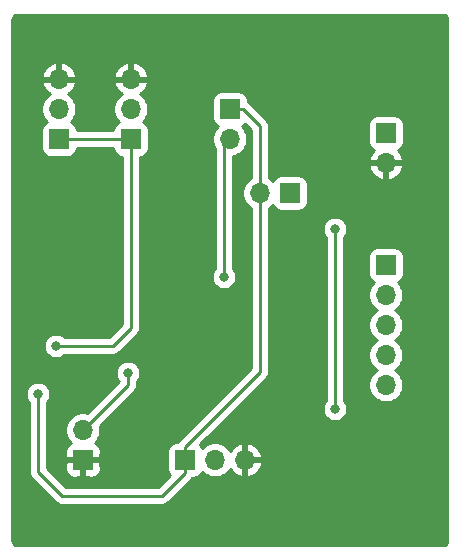
<source format=gbr>
G04 #@! TF.GenerationSoftware,KiCad,Pcbnew,(5.1.8)-1*
G04 #@! TF.CreationDate,2021-02-17T15:43:10-07:00*
G04 #@! TF.ProjectId,AS3935,41533339-3335-42e6-9b69-6361645f7063,rev?*
G04 #@! TF.SameCoordinates,Original*
G04 #@! TF.FileFunction,Copper,L2,Bot*
G04 #@! TF.FilePolarity,Positive*
%FSLAX46Y46*%
G04 Gerber Fmt 4.6, Leading zero omitted, Abs format (unit mm)*
G04 Created by KiCad (PCBNEW (5.1.8)-1) date 2021-02-17 15:43:10*
%MOMM*%
%LPD*%
G01*
G04 APERTURE LIST*
G04 #@! TA.AperFunction,ComponentPad*
%ADD10O,1.700000X1.700000*%
G04 #@! TD*
G04 #@! TA.AperFunction,ComponentPad*
%ADD11R,1.700000X1.700000*%
G04 #@! TD*
G04 #@! TA.AperFunction,ViaPad*
%ADD12C,0.800000*%
G04 #@! TD*
G04 #@! TA.AperFunction,Conductor*
%ADD13C,0.250000*%
G04 #@! TD*
G04 #@! TA.AperFunction,Conductor*
%ADD14C,0.254000*%
G04 #@! TD*
G04 #@! TA.AperFunction,Conductor*
%ADD15C,0.100000*%
G04 #@! TD*
G04 APERTURE END LIST*
D10*
X131318000Y-64008000D03*
D11*
X133858000Y-64008000D03*
D10*
X141986000Y-80264000D03*
X141986000Y-77724000D03*
X141986000Y-75184000D03*
X141986000Y-72644000D03*
D11*
X141986000Y-70104000D03*
D10*
X128778000Y-59436000D03*
D11*
X128778000Y-56896000D03*
D10*
X130048000Y-86614000D03*
X127508000Y-86614000D03*
D11*
X124968000Y-86614000D03*
D10*
X116332000Y-84074000D03*
D11*
X116332000Y-86614000D03*
D10*
X120396000Y-54366000D03*
X120396000Y-56906000D03*
D11*
X120396000Y-59446000D03*
D10*
X114300000Y-54366000D03*
X114300000Y-56906000D03*
D11*
X114300000Y-59446000D03*
D10*
X141986000Y-61468000D03*
D11*
X141986000Y-58928000D03*
D12*
X126746000Y-80772000D03*
X114300000Y-81534000D03*
X115316000Y-72898000D03*
X113792000Y-71374000D03*
X133350000Y-72136000D03*
X123698000Y-75692000D03*
X121920000Y-82296000D03*
X124968000Y-72390000D03*
X112522000Y-81026000D03*
X120142000Y-79248000D03*
X128270000Y-71120000D03*
X114046000Y-76962000D03*
X137668000Y-67056000D03*
X137668000Y-82296000D03*
D13*
X129878000Y-56896000D02*
X131318000Y-58336000D01*
X128778000Y-56896000D02*
X129878000Y-56896000D01*
X131318000Y-79164000D02*
X124968000Y-85514000D01*
X131318000Y-58336000D02*
X131318000Y-79164000D01*
X124968000Y-85514000D02*
X124968000Y-86614000D01*
X112522000Y-87630000D02*
X112522000Y-81026000D01*
X114554000Y-89662000D02*
X112522000Y-87630000D01*
X124968000Y-87714000D02*
X123020000Y-89662000D01*
X123020000Y-89662000D02*
X114554000Y-89662000D01*
X124968000Y-86614000D02*
X124968000Y-87714000D01*
X120142000Y-80264000D02*
X116332000Y-84074000D01*
X120142000Y-79248000D02*
X120142000Y-80264000D01*
X128524000Y-59690000D02*
X128778000Y-59436000D01*
X128270000Y-59944000D02*
X128778000Y-59436000D01*
X128270000Y-71120000D02*
X128270000Y-59944000D01*
X114300000Y-59446000D02*
X120396000Y-59446000D01*
X114046000Y-76962000D02*
X118872000Y-76962000D01*
X120396000Y-75438000D02*
X120396000Y-59446000D01*
X118872000Y-76962000D02*
X120396000Y-75438000D01*
X137668000Y-67056000D02*
X137668000Y-82296000D01*
X137668000Y-82296000D02*
X137668000Y-82296000D01*
D14*
X147005955Y-48945923D02*
X147082976Y-49005024D01*
X147142077Y-49082045D01*
X147168001Y-49144631D01*
X147168000Y-93603371D01*
X147142077Y-93665955D01*
X147082976Y-93742976D01*
X147005955Y-93802077D01*
X146943371Y-93828000D01*
X110612629Y-93828000D01*
X110550045Y-93802077D01*
X110473024Y-93742976D01*
X110413923Y-93665955D01*
X110376769Y-93576257D01*
X110363000Y-93471672D01*
X110363000Y-80924061D01*
X111487000Y-80924061D01*
X111487000Y-81127939D01*
X111526774Y-81327898D01*
X111604795Y-81516256D01*
X111718063Y-81685774D01*
X111762001Y-81729712D01*
X111762000Y-87592677D01*
X111758324Y-87630000D01*
X111762000Y-87667322D01*
X111762000Y-87667332D01*
X111772997Y-87778985D01*
X111784982Y-87818494D01*
X111816454Y-87922246D01*
X111887026Y-88054276D01*
X111926252Y-88102072D01*
X111981999Y-88170001D01*
X112011003Y-88193804D01*
X113990201Y-90173003D01*
X114013999Y-90202001D01*
X114042997Y-90225799D01*
X114129723Y-90296974D01*
X114261753Y-90367546D01*
X114405014Y-90411003D01*
X114516667Y-90422000D01*
X114516677Y-90422000D01*
X114554000Y-90425676D01*
X114591323Y-90422000D01*
X122982678Y-90422000D01*
X123020000Y-90425676D01*
X123057322Y-90422000D01*
X123057333Y-90422000D01*
X123168986Y-90411003D01*
X123312247Y-90367546D01*
X123444276Y-90296974D01*
X123560001Y-90202001D01*
X123583804Y-90172997D01*
X125479003Y-88277799D01*
X125508001Y-88254001D01*
X125576938Y-88170001D01*
X125602974Y-88138277D01*
X125622326Y-88102072D01*
X125818000Y-88102072D01*
X125942482Y-88089812D01*
X126062180Y-88053502D01*
X126172494Y-87994537D01*
X126269185Y-87915185D01*
X126348537Y-87818494D01*
X126407502Y-87708180D01*
X126429513Y-87635620D01*
X126561368Y-87767475D01*
X126804589Y-87929990D01*
X127074842Y-88041932D01*
X127361740Y-88099000D01*
X127654260Y-88099000D01*
X127941158Y-88041932D01*
X128211411Y-87929990D01*
X128454632Y-87767475D01*
X128661475Y-87560632D01*
X128783195Y-87378466D01*
X128852822Y-87495355D01*
X129047731Y-87711588D01*
X129281080Y-87885641D01*
X129543901Y-88010825D01*
X129691110Y-88055476D01*
X129921000Y-87934155D01*
X129921000Y-86741000D01*
X130175000Y-86741000D01*
X130175000Y-87934155D01*
X130404890Y-88055476D01*
X130552099Y-88010825D01*
X130814920Y-87885641D01*
X131048269Y-87711588D01*
X131243178Y-87495355D01*
X131392157Y-87245252D01*
X131489481Y-86970891D01*
X131368814Y-86741000D01*
X130175000Y-86741000D01*
X129921000Y-86741000D01*
X129901000Y-86741000D01*
X129901000Y-86487000D01*
X129921000Y-86487000D01*
X129921000Y-85293845D01*
X130175000Y-85293845D01*
X130175000Y-86487000D01*
X131368814Y-86487000D01*
X131489481Y-86257109D01*
X131392157Y-85982748D01*
X131243178Y-85732645D01*
X131048269Y-85516412D01*
X130814920Y-85342359D01*
X130552099Y-85217175D01*
X130404890Y-85172524D01*
X130175000Y-85293845D01*
X129921000Y-85293845D01*
X129691110Y-85172524D01*
X129543901Y-85217175D01*
X129281080Y-85342359D01*
X129047731Y-85516412D01*
X128852822Y-85732645D01*
X128783195Y-85849534D01*
X128661475Y-85667368D01*
X128454632Y-85460525D01*
X128211411Y-85298010D01*
X127941158Y-85186068D01*
X127654260Y-85129000D01*
X127361740Y-85129000D01*
X127074842Y-85186068D01*
X126804589Y-85298010D01*
X126561368Y-85460525D01*
X126429513Y-85592380D01*
X126407502Y-85519820D01*
X126348537Y-85409506D01*
X126269185Y-85312815D01*
X126255345Y-85301457D01*
X131829003Y-79727799D01*
X131858001Y-79704001D01*
X131884332Y-79671917D01*
X131952974Y-79588277D01*
X132023546Y-79456247D01*
X132067003Y-79312986D01*
X132078000Y-79201333D01*
X132078000Y-79201324D01*
X132081676Y-79164001D01*
X132078000Y-79126678D01*
X132078000Y-66954061D01*
X136633000Y-66954061D01*
X136633000Y-67157939D01*
X136672774Y-67357898D01*
X136750795Y-67546256D01*
X136864063Y-67715774D01*
X136908000Y-67759711D01*
X136908001Y-81592288D01*
X136864063Y-81636226D01*
X136750795Y-81805744D01*
X136672774Y-81994102D01*
X136633000Y-82194061D01*
X136633000Y-82397939D01*
X136672774Y-82597898D01*
X136750795Y-82786256D01*
X136864063Y-82955774D01*
X137008226Y-83099937D01*
X137177744Y-83213205D01*
X137366102Y-83291226D01*
X137566061Y-83331000D01*
X137769939Y-83331000D01*
X137969898Y-83291226D01*
X138158256Y-83213205D01*
X138327774Y-83099937D01*
X138471937Y-82955774D01*
X138585205Y-82786256D01*
X138663226Y-82597898D01*
X138703000Y-82397939D01*
X138703000Y-82194061D01*
X138663226Y-81994102D01*
X138585205Y-81805744D01*
X138471937Y-81636226D01*
X138428000Y-81592289D01*
X138428000Y-69254000D01*
X140497928Y-69254000D01*
X140497928Y-70954000D01*
X140510188Y-71078482D01*
X140546498Y-71198180D01*
X140605463Y-71308494D01*
X140684815Y-71405185D01*
X140781506Y-71484537D01*
X140891820Y-71543502D01*
X140964380Y-71565513D01*
X140832525Y-71697368D01*
X140670010Y-71940589D01*
X140558068Y-72210842D01*
X140501000Y-72497740D01*
X140501000Y-72790260D01*
X140558068Y-73077158D01*
X140670010Y-73347411D01*
X140832525Y-73590632D01*
X141039368Y-73797475D01*
X141213760Y-73914000D01*
X141039368Y-74030525D01*
X140832525Y-74237368D01*
X140670010Y-74480589D01*
X140558068Y-74750842D01*
X140501000Y-75037740D01*
X140501000Y-75330260D01*
X140558068Y-75617158D01*
X140670010Y-75887411D01*
X140832525Y-76130632D01*
X141039368Y-76337475D01*
X141213760Y-76454000D01*
X141039368Y-76570525D01*
X140832525Y-76777368D01*
X140670010Y-77020589D01*
X140558068Y-77290842D01*
X140501000Y-77577740D01*
X140501000Y-77870260D01*
X140558068Y-78157158D01*
X140670010Y-78427411D01*
X140832525Y-78670632D01*
X141039368Y-78877475D01*
X141213760Y-78994000D01*
X141039368Y-79110525D01*
X140832525Y-79317368D01*
X140670010Y-79560589D01*
X140558068Y-79830842D01*
X140501000Y-80117740D01*
X140501000Y-80410260D01*
X140558068Y-80697158D01*
X140670010Y-80967411D01*
X140832525Y-81210632D01*
X141039368Y-81417475D01*
X141282589Y-81579990D01*
X141552842Y-81691932D01*
X141839740Y-81749000D01*
X142132260Y-81749000D01*
X142419158Y-81691932D01*
X142689411Y-81579990D01*
X142932632Y-81417475D01*
X143139475Y-81210632D01*
X143301990Y-80967411D01*
X143413932Y-80697158D01*
X143471000Y-80410260D01*
X143471000Y-80117740D01*
X143413932Y-79830842D01*
X143301990Y-79560589D01*
X143139475Y-79317368D01*
X142932632Y-79110525D01*
X142758240Y-78994000D01*
X142932632Y-78877475D01*
X143139475Y-78670632D01*
X143301990Y-78427411D01*
X143413932Y-78157158D01*
X143471000Y-77870260D01*
X143471000Y-77577740D01*
X143413932Y-77290842D01*
X143301990Y-77020589D01*
X143139475Y-76777368D01*
X142932632Y-76570525D01*
X142758240Y-76454000D01*
X142932632Y-76337475D01*
X143139475Y-76130632D01*
X143301990Y-75887411D01*
X143413932Y-75617158D01*
X143471000Y-75330260D01*
X143471000Y-75037740D01*
X143413932Y-74750842D01*
X143301990Y-74480589D01*
X143139475Y-74237368D01*
X142932632Y-74030525D01*
X142758240Y-73914000D01*
X142932632Y-73797475D01*
X143139475Y-73590632D01*
X143301990Y-73347411D01*
X143413932Y-73077158D01*
X143471000Y-72790260D01*
X143471000Y-72497740D01*
X143413932Y-72210842D01*
X143301990Y-71940589D01*
X143139475Y-71697368D01*
X143007620Y-71565513D01*
X143080180Y-71543502D01*
X143190494Y-71484537D01*
X143287185Y-71405185D01*
X143366537Y-71308494D01*
X143425502Y-71198180D01*
X143461812Y-71078482D01*
X143474072Y-70954000D01*
X143474072Y-69254000D01*
X143461812Y-69129518D01*
X143425502Y-69009820D01*
X143366537Y-68899506D01*
X143287185Y-68802815D01*
X143190494Y-68723463D01*
X143080180Y-68664498D01*
X142960482Y-68628188D01*
X142836000Y-68615928D01*
X141136000Y-68615928D01*
X141011518Y-68628188D01*
X140891820Y-68664498D01*
X140781506Y-68723463D01*
X140684815Y-68802815D01*
X140605463Y-68899506D01*
X140546498Y-69009820D01*
X140510188Y-69129518D01*
X140497928Y-69254000D01*
X138428000Y-69254000D01*
X138428000Y-67759711D01*
X138471937Y-67715774D01*
X138585205Y-67546256D01*
X138663226Y-67357898D01*
X138703000Y-67157939D01*
X138703000Y-66954061D01*
X138663226Y-66754102D01*
X138585205Y-66565744D01*
X138471937Y-66396226D01*
X138327774Y-66252063D01*
X138158256Y-66138795D01*
X137969898Y-66060774D01*
X137769939Y-66021000D01*
X137566061Y-66021000D01*
X137366102Y-66060774D01*
X137177744Y-66138795D01*
X137008226Y-66252063D01*
X136864063Y-66396226D01*
X136750795Y-66565744D01*
X136672774Y-66754102D01*
X136633000Y-66954061D01*
X132078000Y-66954061D01*
X132078000Y-65286178D01*
X132264632Y-65161475D01*
X132396487Y-65029620D01*
X132418498Y-65102180D01*
X132477463Y-65212494D01*
X132556815Y-65309185D01*
X132653506Y-65388537D01*
X132763820Y-65447502D01*
X132883518Y-65483812D01*
X133008000Y-65496072D01*
X134708000Y-65496072D01*
X134832482Y-65483812D01*
X134952180Y-65447502D01*
X135062494Y-65388537D01*
X135159185Y-65309185D01*
X135238537Y-65212494D01*
X135297502Y-65102180D01*
X135333812Y-64982482D01*
X135346072Y-64858000D01*
X135346072Y-63158000D01*
X135333812Y-63033518D01*
X135297502Y-62913820D01*
X135238537Y-62803506D01*
X135159185Y-62706815D01*
X135062494Y-62627463D01*
X134952180Y-62568498D01*
X134832482Y-62532188D01*
X134708000Y-62519928D01*
X133008000Y-62519928D01*
X132883518Y-62532188D01*
X132763820Y-62568498D01*
X132653506Y-62627463D01*
X132556815Y-62706815D01*
X132477463Y-62803506D01*
X132418498Y-62913820D01*
X132396487Y-62986380D01*
X132264632Y-62854525D01*
X132078000Y-62729822D01*
X132078000Y-61824890D01*
X140544524Y-61824890D01*
X140589175Y-61972099D01*
X140714359Y-62234920D01*
X140888412Y-62468269D01*
X141104645Y-62663178D01*
X141354748Y-62812157D01*
X141629109Y-62909481D01*
X141859000Y-62788814D01*
X141859000Y-61595000D01*
X142113000Y-61595000D01*
X142113000Y-62788814D01*
X142342891Y-62909481D01*
X142617252Y-62812157D01*
X142867355Y-62663178D01*
X143083588Y-62468269D01*
X143257641Y-62234920D01*
X143382825Y-61972099D01*
X143427476Y-61824890D01*
X143306155Y-61595000D01*
X142113000Y-61595000D01*
X141859000Y-61595000D01*
X140665845Y-61595000D01*
X140544524Y-61824890D01*
X132078000Y-61824890D01*
X132078000Y-58373333D01*
X132081677Y-58336000D01*
X132067003Y-58187014D01*
X132033935Y-58078000D01*
X140497928Y-58078000D01*
X140497928Y-59778000D01*
X140510188Y-59902482D01*
X140546498Y-60022180D01*
X140605463Y-60132494D01*
X140684815Y-60229185D01*
X140781506Y-60308537D01*
X140891820Y-60367502D01*
X140972466Y-60391966D01*
X140888412Y-60467731D01*
X140714359Y-60701080D01*
X140589175Y-60963901D01*
X140544524Y-61111110D01*
X140665845Y-61341000D01*
X141859000Y-61341000D01*
X141859000Y-61321000D01*
X142113000Y-61321000D01*
X142113000Y-61341000D01*
X143306155Y-61341000D01*
X143427476Y-61111110D01*
X143382825Y-60963901D01*
X143257641Y-60701080D01*
X143083588Y-60467731D01*
X142999534Y-60391966D01*
X143080180Y-60367502D01*
X143190494Y-60308537D01*
X143287185Y-60229185D01*
X143366537Y-60132494D01*
X143425502Y-60022180D01*
X143461812Y-59902482D01*
X143474072Y-59778000D01*
X143474072Y-58078000D01*
X143461812Y-57953518D01*
X143425502Y-57833820D01*
X143366537Y-57723506D01*
X143287185Y-57626815D01*
X143190494Y-57547463D01*
X143080180Y-57488498D01*
X142960482Y-57452188D01*
X142836000Y-57439928D01*
X141136000Y-57439928D01*
X141011518Y-57452188D01*
X140891820Y-57488498D01*
X140781506Y-57547463D01*
X140684815Y-57626815D01*
X140605463Y-57723506D01*
X140546498Y-57833820D01*
X140510188Y-57953518D01*
X140497928Y-58078000D01*
X132033935Y-58078000D01*
X132023546Y-58043753D01*
X131952974Y-57911724D01*
X131881799Y-57824997D01*
X131858001Y-57795999D01*
X131829004Y-57772202D01*
X130441804Y-56385003D01*
X130418001Y-56355999D01*
X130302276Y-56261026D01*
X130266072Y-56241674D01*
X130266072Y-56046000D01*
X130253812Y-55921518D01*
X130217502Y-55801820D01*
X130158537Y-55691506D01*
X130079185Y-55594815D01*
X129982494Y-55515463D01*
X129872180Y-55456498D01*
X129752482Y-55420188D01*
X129628000Y-55407928D01*
X127928000Y-55407928D01*
X127803518Y-55420188D01*
X127683820Y-55456498D01*
X127573506Y-55515463D01*
X127476815Y-55594815D01*
X127397463Y-55691506D01*
X127338498Y-55801820D01*
X127302188Y-55921518D01*
X127289928Y-56046000D01*
X127289928Y-57746000D01*
X127302188Y-57870482D01*
X127338498Y-57990180D01*
X127397463Y-58100494D01*
X127476815Y-58197185D01*
X127573506Y-58276537D01*
X127683820Y-58335502D01*
X127756380Y-58357513D01*
X127624525Y-58489368D01*
X127462010Y-58732589D01*
X127350068Y-59002842D01*
X127293000Y-59289740D01*
X127293000Y-59582260D01*
X127350068Y-59869158D01*
X127462010Y-60139411D01*
X127510001Y-60211235D01*
X127510000Y-70416289D01*
X127466063Y-70460226D01*
X127352795Y-70629744D01*
X127274774Y-70818102D01*
X127235000Y-71018061D01*
X127235000Y-71221939D01*
X127274774Y-71421898D01*
X127352795Y-71610256D01*
X127466063Y-71779774D01*
X127610226Y-71923937D01*
X127779744Y-72037205D01*
X127968102Y-72115226D01*
X128168061Y-72155000D01*
X128371939Y-72155000D01*
X128571898Y-72115226D01*
X128760256Y-72037205D01*
X128929774Y-71923937D01*
X129073937Y-71779774D01*
X129187205Y-71610256D01*
X129265226Y-71421898D01*
X129305000Y-71221939D01*
X129305000Y-71018061D01*
X129265226Y-70818102D01*
X129187205Y-70629744D01*
X129073937Y-70460226D01*
X129030000Y-70416289D01*
X129030000Y-60899967D01*
X129211158Y-60863932D01*
X129481411Y-60751990D01*
X129724632Y-60589475D01*
X129931475Y-60382632D01*
X130093990Y-60139411D01*
X130205932Y-59869158D01*
X130263000Y-59582260D01*
X130263000Y-59289740D01*
X130205932Y-59002842D01*
X130093990Y-58732589D01*
X129931475Y-58489368D01*
X129799620Y-58357513D01*
X129872180Y-58335502D01*
X129982494Y-58276537D01*
X130079185Y-58197185D01*
X130090543Y-58183345D01*
X130558000Y-58650802D01*
X130558000Y-62729821D01*
X130371368Y-62854525D01*
X130164525Y-63061368D01*
X130002010Y-63304589D01*
X129890068Y-63574842D01*
X129833000Y-63861740D01*
X129833000Y-64154260D01*
X129890068Y-64441158D01*
X130002010Y-64711411D01*
X130164525Y-64954632D01*
X130371368Y-65161475D01*
X130558000Y-65286179D01*
X130558001Y-78849197D01*
X124457003Y-84950196D01*
X124427999Y-84973999D01*
X124389729Y-85020632D01*
X124333026Y-85089724D01*
X124313674Y-85125928D01*
X124118000Y-85125928D01*
X123993518Y-85138188D01*
X123873820Y-85174498D01*
X123763506Y-85233463D01*
X123666815Y-85312815D01*
X123587463Y-85409506D01*
X123528498Y-85519820D01*
X123492188Y-85639518D01*
X123479928Y-85764000D01*
X123479928Y-87464000D01*
X123492188Y-87588482D01*
X123528498Y-87708180D01*
X123587463Y-87818494D01*
X123666815Y-87915185D01*
X123680655Y-87926543D01*
X122705199Y-88902000D01*
X114868802Y-88902000D01*
X113430802Y-87464000D01*
X114843928Y-87464000D01*
X114856188Y-87588482D01*
X114892498Y-87708180D01*
X114951463Y-87818494D01*
X115030815Y-87915185D01*
X115127506Y-87994537D01*
X115237820Y-88053502D01*
X115357518Y-88089812D01*
X115482000Y-88102072D01*
X116046250Y-88099000D01*
X116205000Y-87940250D01*
X116205000Y-86741000D01*
X116459000Y-86741000D01*
X116459000Y-87940250D01*
X116617750Y-88099000D01*
X117182000Y-88102072D01*
X117306482Y-88089812D01*
X117426180Y-88053502D01*
X117536494Y-87994537D01*
X117633185Y-87915185D01*
X117712537Y-87818494D01*
X117771502Y-87708180D01*
X117807812Y-87588482D01*
X117820072Y-87464000D01*
X117817000Y-86899750D01*
X117658250Y-86741000D01*
X116459000Y-86741000D01*
X116205000Y-86741000D01*
X115005750Y-86741000D01*
X114847000Y-86899750D01*
X114843928Y-87464000D01*
X113430802Y-87464000D01*
X113282000Y-87315199D01*
X113282000Y-85764000D01*
X114843928Y-85764000D01*
X114847000Y-86328250D01*
X115005750Y-86487000D01*
X116205000Y-86487000D01*
X116205000Y-86467000D01*
X116459000Y-86467000D01*
X116459000Y-86487000D01*
X117658250Y-86487000D01*
X117817000Y-86328250D01*
X117820072Y-85764000D01*
X117807812Y-85639518D01*
X117771502Y-85519820D01*
X117712537Y-85409506D01*
X117633185Y-85312815D01*
X117536494Y-85233463D01*
X117426180Y-85174498D01*
X117353620Y-85152487D01*
X117485475Y-85020632D01*
X117647990Y-84777411D01*
X117759932Y-84507158D01*
X117817000Y-84220260D01*
X117817000Y-83927740D01*
X117773209Y-83707592D01*
X120653003Y-80827799D01*
X120682001Y-80804001D01*
X120776974Y-80688276D01*
X120847546Y-80556247D01*
X120891003Y-80412986D01*
X120902000Y-80301333D01*
X120902000Y-80301325D01*
X120905676Y-80264000D01*
X120902000Y-80226675D01*
X120902000Y-79951711D01*
X120945937Y-79907774D01*
X121059205Y-79738256D01*
X121137226Y-79549898D01*
X121177000Y-79349939D01*
X121177000Y-79146061D01*
X121137226Y-78946102D01*
X121059205Y-78757744D01*
X120945937Y-78588226D01*
X120801774Y-78444063D01*
X120632256Y-78330795D01*
X120443898Y-78252774D01*
X120243939Y-78213000D01*
X120040061Y-78213000D01*
X119840102Y-78252774D01*
X119651744Y-78330795D01*
X119482226Y-78444063D01*
X119338063Y-78588226D01*
X119224795Y-78757744D01*
X119146774Y-78946102D01*
X119107000Y-79146061D01*
X119107000Y-79349939D01*
X119146774Y-79549898D01*
X119224795Y-79738256D01*
X119338063Y-79907774D01*
X119380744Y-79950455D01*
X116698408Y-82632791D01*
X116478260Y-82589000D01*
X116185740Y-82589000D01*
X115898842Y-82646068D01*
X115628589Y-82758010D01*
X115385368Y-82920525D01*
X115178525Y-83127368D01*
X115016010Y-83370589D01*
X114904068Y-83640842D01*
X114847000Y-83927740D01*
X114847000Y-84220260D01*
X114904068Y-84507158D01*
X115016010Y-84777411D01*
X115178525Y-85020632D01*
X115310380Y-85152487D01*
X115237820Y-85174498D01*
X115127506Y-85233463D01*
X115030815Y-85312815D01*
X114951463Y-85409506D01*
X114892498Y-85519820D01*
X114856188Y-85639518D01*
X114843928Y-85764000D01*
X113282000Y-85764000D01*
X113282000Y-81729711D01*
X113325937Y-81685774D01*
X113439205Y-81516256D01*
X113517226Y-81327898D01*
X113557000Y-81127939D01*
X113557000Y-80924061D01*
X113517226Y-80724102D01*
X113439205Y-80535744D01*
X113325937Y-80366226D01*
X113181774Y-80222063D01*
X113012256Y-80108795D01*
X112823898Y-80030774D01*
X112623939Y-79991000D01*
X112420061Y-79991000D01*
X112220102Y-80030774D01*
X112031744Y-80108795D01*
X111862226Y-80222063D01*
X111718063Y-80366226D01*
X111604795Y-80535744D01*
X111526774Y-80724102D01*
X111487000Y-80924061D01*
X110363000Y-80924061D01*
X110363000Y-58596000D01*
X112811928Y-58596000D01*
X112811928Y-60296000D01*
X112824188Y-60420482D01*
X112860498Y-60540180D01*
X112919463Y-60650494D01*
X112998815Y-60747185D01*
X113095506Y-60826537D01*
X113205820Y-60885502D01*
X113325518Y-60921812D01*
X113450000Y-60934072D01*
X115150000Y-60934072D01*
X115274482Y-60921812D01*
X115394180Y-60885502D01*
X115504494Y-60826537D01*
X115601185Y-60747185D01*
X115680537Y-60650494D01*
X115739502Y-60540180D01*
X115775812Y-60420482D01*
X115788072Y-60296000D01*
X115788072Y-60206000D01*
X118907928Y-60206000D01*
X118907928Y-60296000D01*
X118920188Y-60420482D01*
X118956498Y-60540180D01*
X119015463Y-60650494D01*
X119094815Y-60747185D01*
X119191506Y-60826537D01*
X119301820Y-60885502D01*
X119421518Y-60921812D01*
X119546000Y-60934072D01*
X119636001Y-60934072D01*
X119636000Y-75123197D01*
X118557199Y-76202000D01*
X114749711Y-76202000D01*
X114705774Y-76158063D01*
X114536256Y-76044795D01*
X114347898Y-75966774D01*
X114147939Y-75927000D01*
X113944061Y-75927000D01*
X113744102Y-75966774D01*
X113555744Y-76044795D01*
X113386226Y-76158063D01*
X113242063Y-76302226D01*
X113128795Y-76471744D01*
X113050774Y-76660102D01*
X113011000Y-76860061D01*
X113011000Y-77063939D01*
X113050774Y-77263898D01*
X113128795Y-77452256D01*
X113242063Y-77621774D01*
X113386226Y-77765937D01*
X113555744Y-77879205D01*
X113744102Y-77957226D01*
X113944061Y-77997000D01*
X114147939Y-77997000D01*
X114347898Y-77957226D01*
X114536256Y-77879205D01*
X114705774Y-77765937D01*
X114749711Y-77722000D01*
X118834678Y-77722000D01*
X118872000Y-77725676D01*
X118909322Y-77722000D01*
X118909333Y-77722000D01*
X119020986Y-77711003D01*
X119164247Y-77667546D01*
X119296276Y-77596974D01*
X119412001Y-77502001D01*
X119435803Y-77472998D01*
X120907009Y-76001794D01*
X120936001Y-75978001D01*
X120959795Y-75949008D01*
X120959799Y-75949004D01*
X121030973Y-75862277D01*
X121030974Y-75862276D01*
X121101546Y-75730247D01*
X121145003Y-75586986D01*
X121156000Y-75475333D01*
X121156000Y-75475324D01*
X121159676Y-75438001D01*
X121156000Y-75400678D01*
X121156000Y-60934072D01*
X121246000Y-60934072D01*
X121370482Y-60921812D01*
X121490180Y-60885502D01*
X121600494Y-60826537D01*
X121697185Y-60747185D01*
X121776537Y-60650494D01*
X121835502Y-60540180D01*
X121871812Y-60420482D01*
X121884072Y-60296000D01*
X121884072Y-58596000D01*
X121871812Y-58471518D01*
X121835502Y-58351820D01*
X121776537Y-58241506D01*
X121697185Y-58144815D01*
X121600494Y-58065463D01*
X121490180Y-58006498D01*
X121417620Y-57984487D01*
X121549475Y-57852632D01*
X121711990Y-57609411D01*
X121823932Y-57339158D01*
X121881000Y-57052260D01*
X121881000Y-56759740D01*
X121823932Y-56472842D01*
X121711990Y-56202589D01*
X121549475Y-55959368D01*
X121342632Y-55752525D01*
X121160466Y-55630805D01*
X121277355Y-55561178D01*
X121493588Y-55366269D01*
X121667641Y-55132920D01*
X121792825Y-54870099D01*
X121837476Y-54722890D01*
X121716155Y-54493000D01*
X120523000Y-54493000D01*
X120523000Y-54513000D01*
X120269000Y-54513000D01*
X120269000Y-54493000D01*
X119075845Y-54493000D01*
X118954524Y-54722890D01*
X118999175Y-54870099D01*
X119124359Y-55132920D01*
X119298412Y-55366269D01*
X119514645Y-55561178D01*
X119631534Y-55630805D01*
X119449368Y-55752525D01*
X119242525Y-55959368D01*
X119080010Y-56202589D01*
X118968068Y-56472842D01*
X118911000Y-56759740D01*
X118911000Y-57052260D01*
X118968068Y-57339158D01*
X119080010Y-57609411D01*
X119242525Y-57852632D01*
X119374380Y-57984487D01*
X119301820Y-58006498D01*
X119191506Y-58065463D01*
X119094815Y-58144815D01*
X119015463Y-58241506D01*
X118956498Y-58351820D01*
X118920188Y-58471518D01*
X118907928Y-58596000D01*
X118907928Y-58686000D01*
X115788072Y-58686000D01*
X115788072Y-58596000D01*
X115775812Y-58471518D01*
X115739502Y-58351820D01*
X115680537Y-58241506D01*
X115601185Y-58144815D01*
X115504494Y-58065463D01*
X115394180Y-58006498D01*
X115321620Y-57984487D01*
X115453475Y-57852632D01*
X115615990Y-57609411D01*
X115727932Y-57339158D01*
X115785000Y-57052260D01*
X115785000Y-56759740D01*
X115727932Y-56472842D01*
X115615990Y-56202589D01*
X115453475Y-55959368D01*
X115246632Y-55752525D01*
X115064466Y-55630805D01*
X115181355Y-55561178D01*
X115397588Y-55366269D01*
X115571641Y-55132920D01*
X115696825Y-54870099D01*
X115741476Y-54722890D01*
X115620155Y-54493000D01*
X114427000Y-54493000D01*
X114427000Y-54513000D01*
X114173000Y-54513000D01*
X114173000Y-54493000D01*
X112979845Y-54493000D01*
X112858524Y-54722890D01*
X112903175Y-54870099D01*
X113028359Y-55132920D01*
X113202412Y-55366269D01*
X113418645Y-55561178D01*
X113535534Y-55630805D01*
X113353368Y-55752525D01*
X113146525Y-55959368D01*
X112984010Y-56202589D01*
X112872068Y-56472842D01*
X112815000Y-56759740D01*
X112815000Y-57052260D01*
X112872068Y-57339158D01*
X112984010Y-57609411D01*
X113146525Y-57852632D01*
X113278380Y-57984487D01*
X113205820Y-58006498D01*
X113095506Y-58065463D01*
X112998815Y-58144815D01*
X112919463Y-58241506D01*
X112860498Y-58351820D01*
X112824188Y-58471518D01*
X112811928Y-58596000D01*
X110363000Y-58596000D01*
X110363000Y-54009110D01*
X112858524Y-54009110D01*
X112979845Y-54239000D01*
X114173000Y-54239000D01*
X114173000Y-53045186D01*
X114427000Y-53045186D01*
X114427000Y-54239000D01*
X115620155Y-54239000D01*
X115741476Y-54009110D01*
X118954524Y-54009110D01*
X119075845Y-54239000D01*
X120269000Y-54239000D01*
X120269000Y-53045186D01*
X120523000Y-53045186D01*
X120523000Y-54239000D01*
X121716155Y-54239000D01*
X121837476Y-54009110D01*
X121792825Y-53861901D01*
X121667641Y-53599080D01*
X121493588Y-53365731D01*
X121277355Y-53170822D01*
X121027252Y-53021843D01*
X120752891Y-52924519D01*
X120523000Y-53045186D01*
X120269000Y-53045186D01*
X120039109Y-52924519D01*
X119764748Y-53021843D01*
X119514645Y-53170822D01*
X119298412Y-53365731D01*
X119124359Y-53599080D01*
X118999175Y-53861901D01*
X118954524Y-54009110D01*
X115741476Y-54009110D01*
X115696825Y-53861901D01*
X115571641Y-53599080D01*
X115397588Y-53365731D01*
X115181355Y-53170822D01*
X114931252Y-53021843D01*
X114656891Y-52924519D01*
X114427000Y-53045186D01*
X114173000Y-53045186D01*
X113943109Y-52924519D01*
X113668748Y-53021843D01*
X113418645Y-53170822D01*
X113202412Y-53365731D01*
X113028359Y-53599080D01*
X112903175Y-53861901D01*
X112858524Y-54009110D01*
X110363000Y-54009110D01*
X110363000Y-49276328D01*
X110376769Y-49171743D01*
X110413923Y-49082045D01*
X110473024Y-49005024D01*
X110550045Y-48945923D01*
X110612629Y-48920000D01*
X146943371Y-48920000D01*
X147005955Y-48945923D01*
G04 #@! TA.AperFunction,Conductor*
D15*
G36*
X147005955Y-48945923D02*
G01*
X147082976Y-49005024D01*
X147142077Y-49082045D01*
X147168001Y-49144631D01*
X147168000Y-93603371D01*
X147142077Y-93665955D01*
X147082976Y-93742976D01*
X147005955Y-93802077D01*
X146943371Y-93828000D01*
X110612629Y-93828000D01*
X110550045Y-93802077D01*
X110473024Y-93742976D01*
X110413923Y-93665955D01*
X110376769Y-93576257D01*
X110363000Y-93471672D01*
X110363000Y-80924061D01*
X111487000Y-80924061D01*
X111487000Y-81127939D01*
X111526774Y-81327898D01*
X111604795Y-81516256D01*
X111718063Y-81685774D01*
X111762001Y-81729712D01*
X111762000Y-87592677D01*
X111758324Y-87630000D01*
X111762000Y-87667322D01*
X111762000Y-87667332D01*
X111772997Y-87778985D01*
X111784982Y-87818494D01*
X111816454Y-87922246D01*
X111887026Y-88054276D01*
X111926252Y-88102072D01*
X111981999Y-88170001D01*
X112011003Y-88193804D01*
X113990201Y-90173003D01*
X114013999Y-90202001D01*
X114042997Y-90225799D01*
X114129723Y-90296974D01*
X114261753Y-90367546D01*
X114405014Y-90411003D01*
X114516667Y-90422000D01*
X114516677Y-90422000D01*
X114554000Y-90425676D01*
X114591323Y-90422000D01*
X122982678Y-90422000D01*
X123020000Y-90425676D01*
X123057322Y-90422000D01*
X123057333Y-90422000D01*
X123168986Y-90411003D01*
X123312247Y-90367546D01*
X123444276Y-90296974D01*
X123560001Y-90202001D01*
X123583804Y-90172997D01*
X125479003Y-88277799D01*
X125508001Y-88254001D01*
X125576938Y-88170001D01*
X125602974Y-88138277D01*
X125622326Y-88102072D01*
X125818000Y-88102072D01*
X125942482Y-88089812D01*
X126062180Y-88053502D01*
X126172494Y-87994537D01*
X126269185Y-87915185D01*
X126348537Y-87818494D01*
X126407502Y-87708180D01*
X126429513Y-87635620D01*
X126561368Y-87767475D01*
X126804589Y-87929990D01*
X127074842Y-88041932D01*
X127361740Y-88099000D01*
X127654260Y-88099000D01*
X127941158Y-88041932D01*
X128211411Y-87929990D01*
X128454632Y-87767475D01*
X128661475Y-87560632D01*
X128783195Y-87378466D01*
X128852822Y-87495355D01*
X129047731Y-87711588D01*
X129281080Y-87885641D01*
X129543901Y-88010825D01*
X129691110Y-88055476D01*
X129921000Y-87934155D01*
X129921000Y-86741000D01*
X130175000Y-86741000D01*
X130175000Y-87934155D01*
X130404890Y-88055476D01*
X130552099Y-88010825D01*
X130814920Y-87885641D01*
X131048269Y-87711588D01*
X131243178Y-87495355D01*
X131392157Y-87245252D01*
X131489481Y-86970891D01*
X131368814Y-86741000D01*
X130175000Y-86741000D01*
X129921000Y-86741000D01*
X129901000Y-86741000D01*
X129901000Y-86487000D01*
X129921000Y-86487000D01*
X129921000Y-85293845D01*
X130175000Y-85293845D01*
X130175000Y-86487000D01*
X131368814Y-86487000D01*
X131489481Y-86257109D01*
X131392157Y-85982748D01*
X131243178Y-85732645D01*
X131048269Y-85516412D01*
X130814920Y-85342359D01*
X130552099Y-85217175D01*
X130404890Y-85172524D01*
X130175000Y-85293845D01*
X129921000Y-85293845D01*
X129691110Y-85172524D01*
X129543901Y-85217175D01*
X129281080Y-85342359D01*
X129047731Y-85516412D01*
X128852822Y-85732645D01*
X128783195Y-85849534D01*
X128661475Y-85667368D01*
X128454632Y-85460525D01*
X128211411Y-85298010D01*
X127941158Y-85186068D01*
X127654260Y-85129000D01*
X127361740Y-85129000D01*
X127074842Y-85186068D01*
X126804589Y-85298010D01*
X126561368Y-85460525D01*
X126429513Y-85592380D01*
X126407502Y-85519820D01*
X126348537Y-85409506D01*
X126269185Y-85312815D01*
X126255345Y-85301457D01*
X131829003Y-79727799D01*
X131858001Y-79704001D01*
X131884332Y-79671917D01*
X131952974Y-79588277D01*
X132023546Y-79456247D01*
X132067003Y-79312986D01*
X132078000Y-79201333D01*
X132078000Y-79201324D01*
X132081676Y-79164001D01*
X132078000Y-79126678D01*
X132078000Y-66954061D01*
X136633000Y-66954061D01*
X136633000Y-67157939D01*
X136672774Y-67357898D01*
X136750795Y-67546256D01*
X136864063Y-67715774D01*
X136908000Y-67759711D01*
X136908001Y-81592288D01*
X136864063Y-81636226D01*
X136750795Y-81805744D01*
X136672774Y-81994102D01*
X136633000Y-82194061D01*
X136633000Y-82397939D01*
X136672774Y-82597898D01*
X136750795Y-82786256D01*
X136864063Y-82955774D01*
X137008226Y-83099937D01*
X137177744Y-83213205D01*
X137366102Y-83291226D01*
X137566061Y-83331000D01*
X137769939Y-83331000D01*
X137969898Y-83291226D01*
X138158256Y-83213205D01*
X138327774Y-83099937D01*
X138471937Y-82955774D01*
X138585205Y-82786256D01*
X138663226Y-82597898D01*
X138703000Y-82397939D01*
X138703000Y-82194061D01*
X138663226Y-81994102D01*
X138585205Y-81805744D01*
X138471937Y-81636226D01*
X138428000Y-81592289D01*
X138428000Y-69254000D01*
X140497928Y-69254000D01*
X140497928Y-70954000D01*
X140510188Y-71078482D01*
X140546498Y-71198180D01*
X140605463Y-71308494D01*
X140684815Y-71405185D01*
X140781506Y-71484537D01*
X140891820Y-71543502D01*
X140964380Y-71565513D01*
X140832525Y-71697368D01*
X140670010Y-71940589D01*
X140558068Y-72210842D01*
X140501000Y-72497740D01*
X140501000Y-72790260D01*
X140558068Y-73077158D01*
X140670010Y-73347411D01*
X140832525Y-73590632D01*
X141039368Y-73797475D01*
X141213760Y-73914000D01*
X141039368Y-74030525D01*
X140832525Y-74237368D01*
X140670010Y-74480589D01*
X140558068Y-74750842D01*
X140501000Y-75037740D01*
X140501000Y-75330260D01*
X140558068Y-75617158D01*
X140670010Y-75887411D01*
X140832525Y-76130632D01*
X141039368Y-76337475D01*
X141213760Y-76454000D01*
X141039368Y-76570525D01*
X140832525Y-76777368D01*
X140670010Y-77020589D01*
X140558068Y-77290842D01*
X140501000Y-77577740D01*
X140501000Y-77870260D01*
X140558068Y-78157158D01*
X140670010Y-78427411D01*
X140832525Y-78670632D01*
X141039368Y-78877475D01*
X141213760Y-78994000D01*
X141039368Y-79110525D01*
X140832525Y-79317368D01*
X140670010Y-79560589D01*
X140558068Y-79830842D01*
X140501000Y-80117740D01*
X140501000Y-80410260D01*
X140558068Y-80697158D01*
X140670010Y-80967411D01*
X140832525Y-81210632D01*
X141039368Y-81417475D01*
X141282589Y-81579990D01*
X141552842Y-81691932D01*
X141839740Y-81749000D01*
X142132260Y-81749000D01*
X142419158Y-81691932D01*
X142689411Y-81579990D01*
X142932632Y-81417475D01*
X143139475Y-81210632D01*
X143301990Y-80967411D01*
X143413932Y-80697158D01*
X143471000Y-80410260D01*
X143471000Y-80117740D01*
X143413932Y-79830842D01*
X143301990Y-79560589D01*
X143139475Y-79317368D01*
X142932632Y-79110525D01*
X142758240Y-78994000D01*
X142932632Y-78877475D01*
X143139475Y-78670632D01*
X143301990Y-78427411D01*
X143413932Y-78157158D01*
X143471000Y-77870260D01*
X143471000Y-77577740D01*
X143413932Y-77290842D01*
X143301990Y-77020589D01*
X143139475Y-76777368D01*
X142932632Y-76570525D01*
X142758240Y-76454000D01*
X142932632Y-76337475D01*
X143139475Y-76130632D01*
X143301990Y-75887411D01*
X143413932Y-75617158D01*
X143471000Y-75330260D01*
X143471000Y-75037740D01*
X143413932Y-74750842D01*
X143301990Y-74480589D01*
X143139475Y-74237368D01*
X142932632Y-74030525D01*
X142758240Y-73914000D01*
X142932632Y-73797475D01*
X143139475Y-73590632D01*
X143301990Y-73347411D01*
X143413932Y-73077158D01*
X143471000Y-72790260D01*
X143471000Y-72497740D01*
X143413932Y-72210842D01*
X143301990Y-71940589D01*
X143139475Y-71697368D01*
X143007620Y-71565513D01*
X143080180Y-71543502D01*
X143190494Y-71484537D01*
X143287185Y-71405185D01*
X143366537Y-71308494D01*
X143425502Y-71198180D01*
X143461812Y-71078482D01*
X143474072Y-70954000D01*
X143474072Y-69254000D01*
X143461812Y-69129518D01*
X143425502Y-69009820D01*
X143366537Y-68899506D01*
X143287185Y-68802815D01*
X143190494Y-68723463D01*
X143080180Y-68664498D01*
X142960482Y-68628188D01*
X142836000Y-68615928D01*
X141136000Y-68615928D01*
X141011518Y-68628188D01*
X140891820Y-68664498D01*
X140781506Y-68723463D01*
X140684815Y-68802815D01*
X140605463Y-68899506D01*
X140546498Y-69009820D01*
X140510188Y-69129518D01*
X140497928Y-69254000D01*
X138428000Y-69254000D01*
X138428000Y-67759711D01*
X138471937Y-67715774D01*
X138585205Y-67546256D01*
X138663226Y-67357898D01*
X138703000Y-67157939D01*
X138703000Y-66954061D01*
X138663226Y-66754102D01*
X138585205Y-66565744D01*
X138471937Y-66396226D01*
X138327774Y-66252063D01*
X138158256Y-66138795D01*
X137969898Y-66060774D01*
X137769939Y-66021000D01*
X137566061Y-66021000D01*
X137366102Y-66060774D01*
X137177744Y-66138795D01*
X137008226Y-66252063D01*
X136864063Y-66396226D01*
X136750795Y-66565744D01*
X136672774Y-66754102D01*
X136633000Y-66954061D01*
X132078000Y-66954061D01*
X132078000Y-65286178D01*
X132264632Y-65161475D01*
X132396487Y-65029620D01*
X132418498Y-65102180D01*
X132477463Y-65212494D01*
X132556815Y-65309185D01*
X132653506Y-65388537D01*
X132763820Y-65447502D01*
X132883518Y-65483812D01*
X133008000Y-65496072D01*
X134708000Y-65496072D01*
X134832482Y-65483812D01*
X134952180Y-65447502D01*
X135062494Y-65388537D01*
X135159185Y-65309185D01*
X135238537Y-65212494D01*
X135297502Y-65102180D01*
X135333812Y-64982482D01*
X135346072Y-64858000D01*
X135346072Y-63158000D01*
X135333812Y-63033518D01*
X135297502Y-62913820D01*
X135238537Y-62803506D01*
X135159185Y-62706815D01*
X135062494Y-62627463D01*
X134952180Y-62568498D01*
X134832482Y-62532188D01*
X134708000Y-62519928D01*
X133008000Y-62519928D01*
X132883518Y-62532188D01*
X132763820Y-62568498D01*
X132653506Y-62627463D01*
X132556815Y-62706815D01*
X132477463Y-62803506D01*
X132418498Y-62913820D01*
X132396487Y-62986380D01*
X132264632Y-62854525D01*
X132078000Y-62729822D01*
X132078000Y-61824890D01*
X140544524Y-61824890D01*
X140589175Y-61972099D01*
X140714359Y-62234920D01*
X140888412Y-62468269D01*
X141104645Y-62663178D01*
X141354748Y-62812157D01*
X141629109Y-62909481D01*
X141859000Y-62788814D01*
X141859000Y-61595000D01*
X142113000Y-61595000D01*
X142113000Y-62788814D01*
X142342891Y-62909481D01*
X142617252Y-62812157D01*
X142867355Y-62663178D01*
X143083588Y-62468269D01*
X143257641Y-62234920D01*
X143382825Y-61972099D01*
X143427476Y-61824890D01*
X143306155Y-61595000D01*
X142113000Y-61595000D01*
X141859000Y-61595000D01*
X140665845Y-61595000D01*
X140544524Y-61824890D01*
X132078000Y-61824890D01*
X132078000Y-58373333D01*
X132081677Y-58336000D01*
X132067003Y-58187014D01*
X132033935Y-58078000D01*
X140497928Y-58078000D01*
X140497928Y-59778000D01*
X140510188Y-59902482D01*
X140546498Y-60022180D01*
X140605463Y-60132494D01*
X140684815Y-60229185D01*
X140781506Y-60308537D01*
X140891820Y-60367502D01*
X140972466Y-60391966D01*
X140888412Y-60467731D01*
X140714359Y-60701080D01*
X140589175Y-60963901D01*
X140544524Y-61111110D01*
X140665845Y-61341000D01*
X141859000Y-61341000D01*
X141859000Y-61321000D01*
X142113000Y-61321000D01*
X142113000Y-61341000D01*
X143306155Y-61341000D01*
X143427476Y-61111110D01*
X143382825Y-60963901D01*
X143257641Y-60701080D01*
X143083588Y-60467731D01*
X142999534Y-60391966D01*
X143080180Y-60367502D01*
X143190494Y-60308537D01*
X143287185Y-60229185D01*
X143366537Y-60132494D01*
X143425502Y-60022180D01*
X143461812Y-59902482D01*
X143474072Y-59778000D01*
X143474072Y-58078000D01*
X143461812Y-57953518D01*
X143425502Y-57833820D01*
X143366537Y-57723506D01*
X143287185Y-57626815D01*
X143190494Y-57547463D01*
X143080180Y-57488498D01*
X142960482Y-57452188D01*
X142836000Y-57439928D01*
X141136000Y-57439928D01*
X141011518Y-57452188D01*
X140891820Y-57488498D01*
X140781506Y-57547463D01*
X140684815Y-57626815D01*
X140605463Y-57723506D01*
X140546498Y-57833820D01*
X140510188Y-57953518D01*
X140497928Y-58078000D01*
X132033935Y-58078000D01*
X132023546Y-58043753D01*
X131952974Y-57911724D01*
X131881799Y-57824997D01*
X131858001Y-57795999D01*
X131829004Y-57772202D01*
X130441804Y-56385003D01*
X130418001Y-56355999D01*
X130302276Y-56261026D01*
X130266072Y-56241674D01*
X130266072Y-56046000D01*
X130253812Y-55921518D01*
X130217502Y-55801820D01*
X130158537Y-55691506D01*
X130079185Y-55594815D01*
X129982494Y-55515463D01*
X129872180Y-55456498D01*
X129752482Y-55420188D01*
X129628000Y-55407928D01*
X127928000Y-55407928D01*
X127803518Y-55420188D01*
X127683820Y-55456498D01*
X127573506Y-55515463D01*
X127476815Y-55594815D01*
X127397463Y-55691506D01*
X127338498Y-55801820D01*
X127302188Y-55921518D01*
X127289928Y-56046000D01*
X127289928Y-57746000D01*
X127302188Y-57870482D01*
X127338498Y-57990180D01*
X127397463Y-58100494D01*
X127476815Y-58197185D01*
X127573506Y-58276537D01*
X127683820Y-58335502D01*
X127756380Y-58357513D01*
X127624525Y-58489368D01*
X127462010Y-58732589D01*
X127350068Y-59002842D01*
X127293000Y-59289740D01*
X127293000Y-59582260D01*
X127350068Y-59869158D01*
X127462010Y-60139411D01*
X127510001Y-60211235D01*
X127510000Y-70416289D01*
X127466063Y-70460226D01*
X127352795Y-70629744D01*
X127274774Y-70818102D01*
X127235000Y-71018061D01*
X127235000Y-71221939D01*
X127274774Y-71421898D01*
X127352795Y-71610256D01*
X127466063Y-71779774D01*
X127610226Y-71923937D01*
X127779744Y-72037205D01*
X127968102Y-72115226D01*
X128168061Y-72155000D01*
X128371939Y-72155000D01*
X128571898Y-72115226D01*
X128760256Y-72037205D01*
X128929774Y-71923937D01*
X129073937Y-71779774D01*
X129187205Y-71610256D01*
X129265226Y-71421898D01*
X129305000Y-71221939D01*
X129305000Y-71018061D01*
X129265226Y-70818102D01*
X129187205Y-70629744D01*
X129073937Y-70460226D01*
X129030000Y-70416289D01*
X129030000Y-60899967D01*
X129211158Y-60863932D01*
X129481411Y-60751990D01*
X129724632Y-60589475D01*
X129931475Y-60382632D01*
X130093990Y-60139411D01*
X130205932Y-59869158D01*
X130263000Y-59582260D01*
X130263000Y-59289740D01*
X130205932Y-59002842D01*
X130093990Y-58732589D01*
X129931475Y-58489368D01*
X129799620Y-58357513D01*
X129872180Y-58335502D01*
X129982494Y-58276537D01*
X130079185Y-58197185D01*
X130090543Y-58183345D01*
X130558000Y-58650802D01*
X130558000Y-62729821D01*
X130371368Y-62854525D01*
X130164525Y-63061368D01*
X130002010Y-63304589D01*
X129890068Y-63574842D01*
X129833000Y-63861740D01*
X129833000Y-64154260D01*
X129890068Y-64441158D01*
X130002010Y-64711411D01*
X130164525Y-64954632D01*
X130371368Y-65161475D01*
X130558000Y-65286179D01*
X130558001Y-78849197D01*
X124457003Y-84950196D01*
X124427999Y-84973999D01*
X124389729Y-85020632D01*
X124333026Y-85089724D01*
X124313674Y-85125928D01*
X124118000Y-85125928D01*
X123993518Y-85138188D01*
X123873820Y-85174498D01*
X123763506Y-85233463D01*
X123666815Y-85312815D01*
X123587463Y-85409506D01*
X123528498Y-85519820D01*
X123492188Y-85639518D01*
X123479928Y-85764000D01*
X123479928Y-87464000D01*
X123492188Y-87588482D01*
X123528498Y-87708180D01*
X123587463Y-87818494D01*
X123666815Y-87915185D01*
X123680655Y-87926543D01*
X122705199Y-88902000D01*
X114868802Y-88902000D01*
X113430802Y-87464000D01*
X114843928Y-87464000D01*
X114856188Y-87588482D01*
X114892498Y-87708180D01*
X114951463Y-87818494D01*
X115030815Y-87915185D01*
X115127506Y-87994537D01*
X115237820Y-88053502D01*
X115357518Y-88089812D01*
X115482000Y-88102072D01*
X116046250Y-88099000D01*
X116205000Y-87940250D01*
X116205000Y-86741000D01*
X116459000Y-86741000D01*
X116459000Y-87940250D01*
X116617750Y-88099000D01*
X117182000Y-88102072D01*
X117306482Y-88089812D01*
X117426180Y-88053502D01*
X117536494Y-87994537D01*
X117633185Y-87915185D01*
X117712537Y-87818494D01*
X117771502Y-87708180D01*
X117807812Y-87588482D01*
X117820072Y-87464000D01*
X117817000Y-86899750D01*
X117658250Y-86741000D01*
X116459000Y-86741000D01*
X116205000Y-86741000D01*
X115005750Y-86741000D01*
X114847000Y-86899750D01*
X114843928Y-87464000D01*
X113430802Y-87464000D01*
X113282000Y-87315199D01*
X113282000Y-85764000D01*
X114843928Y-85764000D01*
X114847000Y-86328250D01*
X115005750Y-86487000D01*
X116205000Y-86487000D01*
X116205000Y-86467000D01*
X116459000Y-86467000D01*
X116459000Y-86487000D01*
X117658250Y-86487000D01*
X117817000Y-86328250D01*
X117820072Y-85764000D01*
X117807812Y-85639518D01*
X117771502Y-85519820D01*
X117712537Y-85409506D01*
X117633185Y-85312815D01*
X117536494Y-85233463D01*
X117426180Y-85174498D01*
X117353620Y-85152487D01*
X117485475Y-85020632D01*
X117647990Y-84777411D01*
X117759932Y-84507158D01*
X117817000Y-84220260D01*
X117817000Y-83927740D01*
X117773209Y-83707592D01*
X120653003Y-80827799D01*
X120682001Y-80804001D01*
X120776974Y-80688276D01*
X120847546Y-80556247D01*
X120891003Y-80412986D01*
X120902000Y-80301333D01*
X120902000Y-80301325D01*
X120905676Y-80264000D01*
X120902000Y-80226675D01*
X120902000Y-79951711D01*
X120945937Y-79907774D01*
X121059205Y-79738256D01*
X121137226Y-79549898D01*
X121177000Y-79349939D01*
X121177000Y-79146061D01*
X121137226Y-78946102D01*
X121059205Y-78757744D01*
X120945937Y-78588226D01*
X120801774Y-78444063D01*
X120632256Y-78330795D01*
X120443898Y-78252774D01*
X120243939Y-78213000D01*
X120040061Y-78213000D01*
X119840102Y-78252774D01*
X119651744Y-78330795D01*
X119482226Y-78444063D01*
X119338063Y-78588226D01*
X119224795Y-78757744D01*
X119146774Y-78946102D01*
X119107000Y-79146061D01*
X119107000Y-79349939D01*
X119146774Y-79549898D01*
X119224795Y-79738256D01*
X119338063Y-79907774D01*
X119380744Y-79950455D01*
X116698408Y-82632791D01*
X116478260Y-82589000D01*
X116185740Y-82589000D01*
X115898842Y-82646068D01*
X115628589Y-82758010D01*
X115385368Y-82920525D01*
X115178525Y-83127368D01*
X115016010Y-83370589D01*
X114904068Y-83640842D01*
X114847000Y-83927740D01*
X114847000Y-84220260D01*
X114904068Y-84507158D01*
X115016010Y-84777411D01*
X115178525Y-85020632D01*
X115310380Y-85152487D01*
X115237820Y-85174498D01*
X115127506Y-85233463D01*
X115030815Y-85312815D01*
X114951463Y-85409506D01*
X114892498Y-85519820D01*
X114856188Y-85639518D01*
X114843928Y-85764000D01*
X113282000Y-85764000D01*
X113282000Y-81729711D01*
X113325937Y-81685774D01*
X113439205Y-81516256D01*
X113517226Y-81327898D01*
X113557000Y-81127939D01*
X113557000Y-80924061D01*
X113517226Y-80724102D01*
X113439205Y-80535744D01*
X113325937Y-80366226D01*
X113181774Y-80222063D01*
X113012256Y-80108795D01*
X112823898Y-80030774D01*
X112623939Y-79991000D01*
X112420061Y-79991000D01*
X112220102Y-80030774D01*
X112031744Y-80108795D01*
X111862226Y-80222063D01*
X111718063Y-80366226D01*
X111604795Y-80535744D01*
X111526774Y-80724102D01*
X111487000Y-80924061D01*
X110363000Y-80924061D01*
X110363000Y-58596000D01*
X112811928Y-58596000D01*
X112811928Y-60296000D01*
X112824188Y-60420482D01*
X112860498Y-60540180D01*
X112919463Y-60650494D01*
X112998815Y-60747185D01*
X113095506Y-60826537D01*
X113205820Y-60885502D01*
X113325518Y-60921812D01*
X113450000Y-60934072D01*
X115150000Y-60934072D01*
X115274482Y-60921812D01*
X115394180Y-60885502D01*
X115504494Y-60826537D01*
X115601185Y-60747185D01*
X115680537Y-60650494D01*
X115739502Y-60540180D01*
X115775812Y-60420482D01*
X115788072Y-60296000D01*
X115788072Y-60206000D01*
X118907928Y-60206000D01*
X118907928Y-60296000D01*
X118920188Y-60420482D01*
X118956498Y-60540180D01*
X119015463Y-60650494D01*
X119094815Y-60747185D01*
X119191506Y-60826537D01*
X119301820Y-60885502D01*
X119421518Y-60921812D01*
X119546000Y-60934072D01*
X119636001Y-60934072D01*
X119636000Y-75123197D01*
X118557199Y-76202000D01*
X114749711Y-76202000D01*
X114705774Y-76158063D01*
X114536256Y-76044795D01*
X114347898Y-75966774D01*
X114147939Y-75927000D01*
X113944061Y-75927000D01*
X113744102Y-75966774D01*
X113555744Y-76044795D01*
X113386226Y-76158063D01*
X113242063Y-76302226D01*
X113128795Y-76471744D01*
X113050774Y-76660102D01*
X113011000Y-76860061D01*
X113011000Y-77063939D01*
X113050774Y-77263898D01*
X113128795Y-77452256D01*
X113242063Y-77621774D01*
X113386226Y-77765937D01*
X113555744Y-77879205D01*
X113744102Y-77957226D01*
X113944061Y-77997000D01*
X114147939Y-77997000D01*
X114347898Y-77957226D01*
X114536256Y-77879205D01*
X114705774Y-77765937D01*
X114749711Y-77722000D01*
X118834678Y-77722000D01*
X118872000Y-77725676D01*
X118909322Y-77722000D01*
X118909333Y-77722000D01*
X119020986Y-77711003D01*
X119164247Y-77667546D01*
X119296276Y-77596974D01*
X119412001Y-77502001D01*
X119435803Y-77472998D01*
X120907009Y-76001794D01*
X120936001Y-75978001D01*
X120959795Y-75949008D01*
X120959799Y-75949004D01*
X121030973Y-75862277D01*
X121030974Y-75862276D01*
X121101546Y-75730247D01*
X121145003Y-75586986D01*
X121156000Y-75475333D01*
X121156000Y-75475324D01*
X121159676Y-75438001D01*
X121156000Y-75400678D01*
X121156000Y-60934072D01*
X121246000Y-60934072D01*
X121370482Y-60921812D01*
X121490180Y-60885502D01*
X121600494Y-60826537D01*
X121697185Y-60747185D01*
X121776537Y-60650494D01*
X121835502Y-60540180D01*
X121871812Y-60420482D01*
X121884072Y-60296000D01*
X121884072Y-58596000D01*
X121871812Y-58471518D01*
X121835502Y-58351820D01*
X121776537Y-58241506D01*
X121697185Y-58144815D01*
X121600494Y-58065463D01*
X121490180Y-58006498D01*
X121417620Y-57984487D01*
X121549475Y-57852632D01*
X121711990Y-57609411D01*
X121823932Y-57339158D01*
X121881000Y-57052260D01*
X121881000Y-56759740D01*
X121823932Y-56472842D01*
X121711990Y-56202589D01*
X121549475Y-55959368D01*
X121342632Y-55752525D01*
X121160466Y-55630805D01*
X121277355Y-55561178D01*
X121493588Y-55366269D01*
X121667641Y-55132920D01*
X121792825Y-54870099D01*
X121837476Y-54722890D01*
X121716155Y-54493000D01*
X120523000Y-54493000D01*
X120523000Y-54513000D01*
X120269000Y-54513000D01*
X120269000Y-54493000D01*
X119075845Y-54493000D01*
X118954524Y-54722890D01*
X118999175Y-54870099D01*
X119124359Y-55132920D01*
X119298412Y-55366269D01*
X119514645Y-55561178D01*
X119631534Y-55630805D01*
X119449368Y-55752525D01*
X119242525Y-55959368D01*
X119080010Y-56202589D01*
X118968068Y-56472842D01*
X118911000Y-56759740D01*
X118911000Y-57052260D01*
X118968068Y-57339158D01*
X119080010Y-57609411D01*
X119242525Y-57852632D01*
X119374380Y-57984487D01*
X119301820Y-58006498D01*
X119191506Y-58065463D01*
X119094815Y-58144815D01*
X119015463Y-58241506D01*
X118956498Y-58351820D01*
X118920188Y-58471518D01*
X118907928Y-58596000D01*
X118907928Y-58686000D01*
X115788072Y-58686000D01*
X115788072Y-58596000D01*
X115775812Y-58471518D01*
X115739502Y-58351820D01*
X115680537Y-58241506D01*
X115601185Y-58144815D01*
X115504494Y-58065463D01*
X115394180Y-58006498D01*
X115321620Y-57984487D01*
X115453475Y-57852632D01*
X115615990Y-57609411D01*
X115727932Y-57339158D01*
X115785000Y-57052260D01*
X115785000Y-56759740D01*
X115727932Y-56472842D01*
X115615990Y-56202589D01*
X115453475Y-55959368D01*
X115246632Y-55752525D01*
X115064466Y-55630805D01*
X115181355Y-55561178D01*
X115397588Y-55366269D01*
X115571641Y-55132920D01*
X115696825Y-54870099D01*
X115741476Y-54722890D01*
X115620155Y-54493000D01*
X114427000Y-54493000D01*
X114427000Y-54513000D01*
X114173000Y-54513000D01*
X114173000Y-54493000D01*
X112979845Y-54493000D01*
X112858524Y-54722890D01*
X112903175Y-54870099D01*
X113028359Y-55132920D01*
X113202412Y-55366269D01*
X113418645Y-55561178D01*
X113535534Y-55630805D01*
X113353368Y-55752525D01*
X113146525Y-55959368D01*
X112984010Y-56202589D01*
X112872068Y-56472842D01*
X112815000Y-56759740D01*
X112815000Y-57052260D01*
X112872068Y-57339158D01*
X112984010Y-57609411D01*
X113146525Y-57852632D01*
X113278380Y-57984487D01*
X113205820Y-58006498D01*
X113095506Y-58065463D01*
X112998815Y-58144815D01*
X112919463Y-58241506D01*
X112860498Y-58351820D01*
X112824188Y-58471518D01*
X112811928Y-58596000D01*
X110363000Y-58596000D01*
X110363000Y-54009110D01*
X112858524Y-54009110D01*
X112979845Y-54239000D01*
X114173000Y-54239000D01*
X114173000Y-53045186D01*
X114427000Y-53045186D01*
X114427000Y-54239000D01*
X115620155Y-54239000D01*
X115741476Y-54009110D01*
X118954524Y-54009110D01*
X119075845Y-54239000D01*
X120269000Y-54239000D01*
X120269000Y-53045186D01*
X120523000Y-53045186D01*
X120523000Y-54239000D01*
X121716155Y-54239000D01*
X121837476Y-54009110D01*
X121792825Y-53861901D01*
X121667641Y-53599080D01*
X121493588Y-53365731D01*
X121277355Y-53170822D01*
X121027252Y-53021843D01*
X120752891Y-52924519D01*
X120523000Y-53045186D01*
X120269000Y-53045186D01*
X120039109Y-52924519D01*
X119764748Y-53021843D01*
X119514645Y-53170822D01*
X119298412Y-53365731D01*
X119124359Y-53599080D01*
X118999175Y-53861901D01*
X118954524Y-54009110D01*
X115741476Y-54009110D01*
X115696825Y-53861901D01*
X115571641Y-53599080D01*
X115397588Y-53365731D01*
X115181355Y-53170822D01*
X114931252Y-53021843D01*
X114656891Y-52924519D01*
X114427000Y-53045186D01*
X114173000Y-53045186D01*
X113943109Y-52924519D01*
X113668748Y-53021843D01*
X113418645Y-53170822D01*
X113202412Y-53365731D01*
X113028359Y-53599080D01*
X112903175Y-53861901D01*
X112858524Y-54009110D01*
X110363000Y-54009110D01*
X110363000Y-49276328D01*
X110376769Y-49171743D01*
X110413923Y-49082045D01*
X110473024Y-49005024D01*
X110550045Y-48945923D01*
X110612629Y-48920000D01*
X146943371Y-48920000D01*
X147005955Y-48945923D01*
G37*
G04 #@! TD.AperFunction*
M02*

</source>
